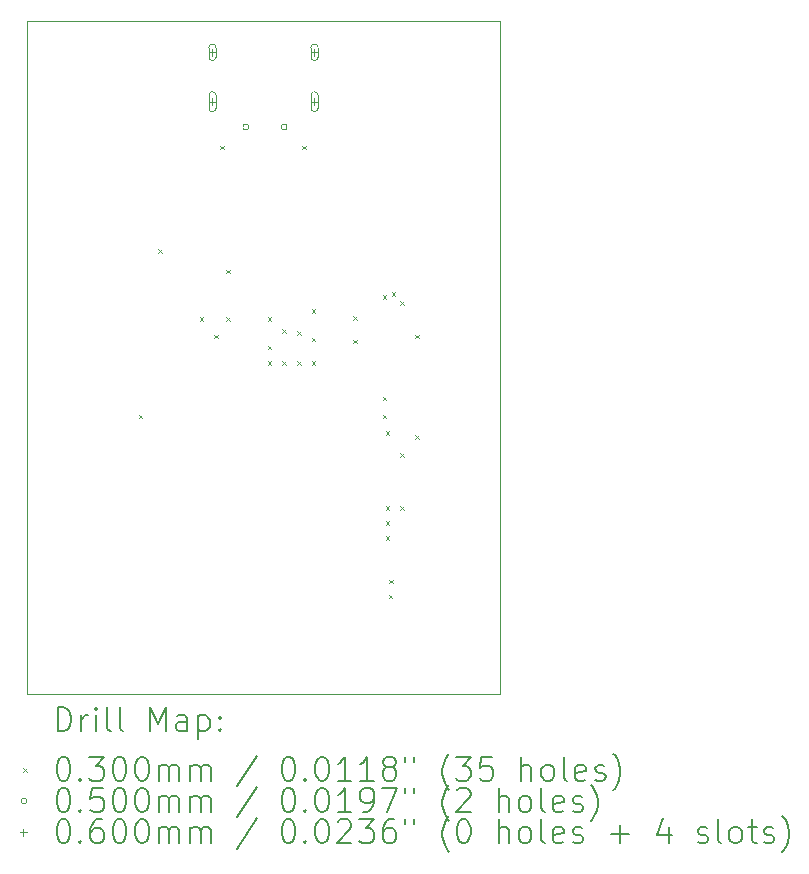
<source format=gbr>
%TF.GenerationSoftware,KiCad,Pcbnew,8.0.8*%
%TF.CreationDate,2025-01-22T20:03:19-06:00*%
%TF.ProjectId,mainboard,6d61696e-626f-4617-9264-2e6b69636164,rev?*%
%TF.SameCoordinates,Original*%
%TF.FileFunction,Drillmap*%
%TF.FilePolarity,Positive*%
%FSLAX45Y45*%
G04 Gerber Fmt 4.5, Leading zero omitted, Abs format (unit mm)*
G04 Created by KiCad (PCBNEW 8.0.8) date 2025-01-22 20:03:19*
%MOMM*%
%LPD*%
G01*
G04 APERTURE LIST*
%ADD10C,0.050000*%
%ADD11C,0.200000*%
%ADD12C,0.100000*%
G04 APERTURE END LIST*
D10*
X10425000Y-6425000D02*
X14425000Y-6425000D01*
X14425000Y-12125000D01*
X10425000Y-12125000D01*
X10425000Y-6425000D01*
D11*
D12*
X11370000Y-9760000D02*
X11400000Y-9790000D01*
X11400000Y-9760000D02*
X11370000Y-9790000D01*
X11535000Y-8360000D02*
X11565000Y-8390000D01*
X11565000Y-8360000D02*
X11535000Y-8390000D01*
X11885000Y-8935000D02*
X11915000Y-8965000D01*
X11915000Y-8935000D02*
X11885000Y-8965000D01*
X12010000Y-9085000D02*
X12040000Y-9115000D01*
X12040000Y-9085000D02*
X12010000Y-9115000D01*
X12060000Y-7485000D02*
X12090000Y-7515000D01*
X12090000Y-7485000D02*
X12060000Y-7515000D01*
X12110000Y-8535000D02*
X12140000Y-8565000D01*
X12140000Y-8535000D02*
X12110000Y-8565000D01*
X12110000Y-8935000D02*
X12140000Y-8965000D01*
X12140000Y-8935000D02*
X12110000Y-8965000D01*
X12460000Y-8935000D02*
X12490000Y-8965000D01*
X12490000Y-8935000D02*
X12460000Y-8965000D01*
X12460000Y-9175000D02*
X12490000Y-9205000D01*
X12490000Y-9175000D02*
X12460000Y-9205000D01*
X12460000Y-9310000D02*
X12490000Y-9340000D01*
X12490000Y-9310000D02*
X12460000Y-9340000D01*
X12585000Y-9035000D02*
X12615000Y-9065000D01*
X12615000Y-9035000D02*
X12585000Y-9065000D01*
X12585000Y-9310000D02*
X12615000Y-9340000D01*
X12615000Y-9310000D02*
X12585000Y-9340000D01*
X12710000Y-9055000D02*
X12740000Y-9085000D01*
X12740000Y-9055000D02*
X12710000Y-9085000D01*
X12710000Y-9310000D02*
X12740000Y-9340000D01*
X12740000Y-9310000D02*
X12710000Y-9340000D01*
X12755000Y-7485000D02*
X12785000Y-7515000D01*
X12785000Y-7485000D02*
X12755000Y-7515000D01*
X12835000Y-8870000D02*
X12865000Y-8900000D01*
X12865000Y-8870000D02*
X12835000Y-8900000D01*
X12835000Y-9110000D02*
X12865000Y-9140000D01*
X12865000Y-9110000D02*
X12835000Y-9140000D01*
X12835000Y-9310000D02*
X12865000Y-9340000D01*
X12865000Y-9310000D02*
X12835000Y-9340000D01*
X13185000Y-8925000D02*
X13215000Y-8955000D01*
X13215000Y-8925000D02*
X13185000Y-8955000D01*
X13185000Y-9125000D02*
X13215000Y-9155000D01*
X13215000Y-9125000D02*
X13185000Y-9155000D01*
X13435000Y-8750000D02*
X13465000Y-8780000D01*
X13465000Y-8750000D02*
X13435000Y-8780000D01*
X13435000Y-9610000D02*
X13465000Y-9640000D01*
X13465000Y-9610000D02*
X13435000Y-9640000D01*
X13435000Y-9760000D02*
X13465000Y-9790000D01*
X13465000Y-9760000D02*
X13435000Y-9790000D01*
X13460000Y-9900000D02*
X13490000Y-9930000D01*
X13490000Y-9900000D02*
X13460000Y-9930000D01*
X13460000Y-10535000D02*
X13490000Y-10565000D01*
X13490000Y-10535000D02*
X13460000Y-10565000D01*
X13460000Y-10662000D02*
X13490000Y-10692000D01*
X13490000Y-10662000D02*
X13460000Y-10692000D01*
X13460000Y-10789000D02*
X13490000Y-10819000D01*
X13490000Y-10789000D02*
X13460000Y-10819000D01*
X13485000Y-11285000D02*
X13515000Y-11315000D01*
X13515000Y-11285000D02*
X13485000Y-11315000D01*
X13491123Y-11159040D02*
X13521123Y-11189040D01*
X13521123Y-11159040D02*
X13491123Y-11189040D01*
X13510289Y-8722953D02*
X13540289Y-8752953D01*
X13540289Y-8722953D02*
X13510289Y-8752953D01*
X13585000Y-8800000D02*
X13615000Y-8830000D01*
X13615000Y-8800000D02*
X13585000Y-8830000D01*
X13585000Y-10085000D02*
X13615000Y-10115000D01*
X13615000Y-10085000D02*
X13585000Y-10115000D01*
X13585000Y-10535000D02*
X13615000Y-10565000D01*
X13615000Y-10535000D02*
X13585000Y-10565000D01*
X13710000Y-9085000D02*
X13740000Y-9115000D01*
X13740000Y-9085000D02*
X13710000Y-9115000D01*
X13710000Y-9935000D02*
X13740000Y-9965000D01*
X13740000Y-9935000D02*
X13710000Y-9965000D01*
X12300000Y-7325000D02*
G75*
G02*
X12250000Y-7325000I-25000J0D01*
G01*
X12250000Y-7325000D02*
G75*
G02*
X12300000Y-7325000I25000J0D01*
G01*
X12625000Y-7325000D02*
G75*
G02*
X12575000Y-7325000I-25000J0D01*
G01*
X12575000Y-7325000D02*
G75*
G02*
X12625000Y-7325000I25000J0D01*
G01*
X11993000Y-6662500D02*
X11993000Y-6722500D01*
X11963000Y-6692500D02*
X12023000Y-6692500D01*
X12023000Y-6732500D02*
X12023000Y-6652500D01*
X11963000Y-6652500D02*
G75*
G02*
X12023000Y-6652500I30000J0D01*
G01*
X11963000Y-6652500D02*
X11963000Y-6732500D01*
X11963000Y-6732500D02*
G75*
G03*
X12023000Y-6732500I30000J0D01*
G01*
X11993000Y-7080500D02*
X11993000Y-7140500D01*
X11963000Y-7110500D02*
X12023000Y-7110500D01*
X12023000Y-7165500D02*
X12023000Y-7055500D01*
X11963000Y-7055500D02*
G75*
G02*
X12023000Y-7055500I30000J0D01*
G01*
X11963000Y-7055500D02*
X11963000Y-7165500D01*
X11963000Y-7165500D02*
G75*
G03*
X12023000Y-7165500I30000J0D01*
G01*
X12857000Y-6662500D02*
X12857000Y-6722500D01*
X12827000Y-6692500D02*
X12887000Y-6692500D01*
X12887000Y-6732500D02*
X12887000Y-6652500D01*
X12827000Y-6652500D02*
G75*
G02*
X12887000Y-6652500I30000J0D01*
G01*
X12827000Y-6652500D02*
X12827000Y-6732500D01*
X12827000Y-6732500D02*
G75*
G03*
X12887000Y-6732500I30000J0D01*
G01*
X12857000Y-7080500D02*
X12857000Y-7140500D01*
X12827000Y-7110500D02*
X12887000Y-7110500D01*
X12887000Y-7165500D02*
X12887000Y-7055500D01*
X12827000Y-7055500D02*
G75*
G02*
X12887000Y-7055500I30000J0D01*
G01*
X12827000Y-7055500D02*
X12827000Y-7165500D01*
X12827000Y-7165500D02*
G75*
G03*
X12887000Y-7165500I30000J0D01*
G01*
D11*
X10683277Y-12438984D02*
X10683277Y-12238984D01*
X10683277Y-12238984D02*
X10730896Y-12238984D01*
X10730896Y-12238984D02*
X10759467Y-12248508D01*
X10759467Y-12248508D02*
X10778515Y-12267555D01*
X10778515Y-12267555D02*
X10788039Y-12286603D01*
X10788039Y-12286603D02*
X10797563Y-12324698D01*
X10797563Y-12324698D02*
X10797563Y-12353269D01*
X10797563Y-12353269D02*
X10788039Y-12391365D01*
X10788039Y-12391365D02*
X10778515Y-12410412D01*
X10778515Y-12410412D02*
X10759467Y-12429460D01*
X10759467Y-12429460D02*
X10730896Y-12438984D01*
X10730896Y-12438984D02*
X10683277Y-12438984D01*
X10883277Y-12438984D02*
X10883277Y-12305650D01*
X10883277Y-12343746D02*
X10892801Y-12324698D01*
X10892801Y-12324698D02*
X10902324Y-12315174D01*
X10902324Y-12315174D02*
X10921372Y-12305650D01*
X10921372Y-12305650D02*
X10940420Y-12305650D01*
X11007086Y-12438984D02*
X11007086Y-12305650D01*
X11007086Y-12238984D02*
X10997563Y-12248508D01*
X10997563Y-12248508D02*
X11007086Y-12258031D01*
X11007086Y-12258031D02*
X11016610Y-12248508D01*
X11016610Y-12248508D02*
X11007086Y-12238984D01*
X11007086Y-12238984D02*
X11007086Y-12258031D01*
X11130896Y-12438984D02*
X11111848Y-12429460D01*
X11111848Y-12429460D02*
X11102324Y-12410412D01*
X11102324Y-12410412D02*
X11102324Y-12238984D01*
X11235658Y-12438984D02*
X11216610Y-12429460D01*
X11216610Y-12429460D02*
X11207086Y-12410412D01*
X11207086Y-12410412D02*
X11207086Y-12238984D01*
X11464229Y-12438984D02*
X11464229Y-12238984D01*
X11464229Y-12238984D02*
X11530896Y-12381841D01*
X11530896Y-12381841D02*
X11597562Y-12238984D01*
X11597562Y-12238984D02*
X11597562Y-12438984D01*
X11778515Y-12438984D02*
X11778515Y-12334222D01*
X11778515Y-12334222D02*
X11768991Y-12315174D01*
X11768991Y-12315174D02*
X11749943Y-12305650D01*
X11749943Y-12305650D02*
X11711848Y-12305650D01*
X11711848Y-12305650D02*
X11692801Y-12315174D01*
X11778515Y-12429460D02*
X11759467Y-12438984D01*
X11759467Y-12438984D02*
X11711848Y-12438984D01*
X11711848Y-12438984D02*
X11692801Y-12429460D01*
X11692801Y-12429460D02*
X11683277Y-12410412D01*
X11683277Y-12410412D02*
X11683277Y-12391365D01*
X11683277Y-12391365D02*
X11692801Y-12372317D01*
X11692801Y-12372317D02*
X11711848Y-12362793D01*
X11711848Y-12362793D02*
X11759467Y-12362793D01*
X11759467Y-12362793D02*
X11778515Y-12353269D01*
X11873753Y-12305650D02*
X11873753Y-12505650D01*
X11873753Y-12315174D02*
X11892801Y-12305650D01*
X11892801Y-12305650D02*
X11930896Y-12305650D01*
X11930896Y-12305650D02*
X11949943Y-12315174D01*
X11949943Y-12315174D02*
X11959467Y-12324698D01*
X11959467Y-12324698D02*
X11968991Y-12343746D01*
X11968991Y-12343746D02*
X11968991Y-12400888D01*
X11968991Y-12400888D02*
X11959467Y-12419936D01*
X11959467Y-12419936D02*
X11949943Y-12429460D01*
X11949943Y-12429460D02*
X11930896Y-12438984D01*
X11930896Y-12438984D02*
X11892801Y-12438984D01*
X11892801Y-12438984D02*
X11873753Y-12429460D01*
X12054705Y-12419936D02*
X12064229Y-12429460D01*
X12064229Y-12429460D02*
X12054705Y-12438984D01*
X12054705Y-12438984D02*
X12045182Y-12429460D01*
X12045182Y-12429460D02*
X12054705Y-12419936D01*
X12054705Y-12419936D02*
X12054705Y-12438984D01*
X12054705Y-12315174D02*
X12064229Y-12324698D01*
X12064229Y-12324698D02*
X12054705Y-12334222D01*
X12054705Y-12334222D02*
X12045182Y-12324698D01*
X12045182Y-12324698D02*
X12054705Y-12315174D01*
X12054705Y-12315174D02*
X12054705Y-12334222D01*
D12*
X10392500Y-12752500D02*
X10422500Y-12782500D01*
X10422500Y-12752500D02*
X10392500Y-12782500D01*
D11*
X10721372Y-12658984D02*
X10740420Y-12658984D01*
X10740420Y-12658984D02*
X10759467Y-12668508D01*
X10759467Y-12668508D02*
X10768991Y-12678031D01*
X10768991Y-12678031D02*
X10778515Y-12697079D01*
X10778515Y-12697079D02*
X10788039Y-12735174D01*
X10788039Y-12735174D02*
X10788039Y-12782793D01*
X10788039Y-12782793D02*
X10778515Y-12820888D01*
X10778515Y-12820888D02*
X10768991Y-12839936D01*
X10768991Y-12839936D02*
X10759467Y-12849460D01*
X10759467Y-12849460D02*
X10740420Y-12858984D01*
X10740420Y-12858984D02*
X10721372Y-12858984D01*
X10721372Y-12858984D02*
X10702324Y-12849460D01*
X10702324Y-12849460D02*
X10692801Y-12839936D01*
X10692801Y-12839936D02*
X10683277Y-12820888D01*
X10683277Y-12820888D02*
X10673753Y-12782793D01*
X10673753Y-12782793D02*
X10673753Y-12735174D01*
X10673753Y-12735174D02*
X10683277Y-12697079D01*
X10683277Y-12697079D02*
X10692801Y-12678031D01*
X10692801Y-12678031D02*
X10702324Y-12668508D01*
X10702324Y-12668508D02*
X10721372Y-12658984D01*
X10873753Y-12839936D02*
X10883277Y-12849460D01*
X10883277Y-12849460D02*
X10873753Y-12858984D01*
X10873753Y-12858984D02*
X10864229Y-12849460D01*
X10864229Y-12849460D02*
X10873753Y-12839936D01*
X10873753Y-12839936D02*
X10873753Y-12858984D01*
X10949944Y-12658984D02*
X11073753Y-12658984D01*
X11073753Y-12658984D02*
X11007086Y-12735174D01*
X11007086Y-12735174D02*
X11035658Y-12735174D01*
X11035658Y-12735174D02*
X11054705Y-12744698D01*
X11054705Y-12744698D02*
X11064229Y-12754222D01*
X11064229Y-12754222D02*
X11073753Y-12773269D01*
X11073753Y-12773269D02*
X11073753Y-12820888D01*
X11073753Y-12820888D02*
X11064229Y-12839936D01*
X11064229Y-12839936D02*
X11054705Y-12849460D01*
X11054705Y-12849460D02*
X11035658Y-12858984D01*
X11035658Y-12858984D02*
X10978515Y-12858984D01*
X10978515Y-12858984D02*
X10959467Y-12849460D01*
X10959467Y-12849460D02*
X10949944Y-12839936D01*
X11197562Y-12658984D02*
X11216610Y-12658984D01*
X11216610Y-12658984D02*
X11235658Y-12668508D01*
X11235658Y-12668508D02*
X11245182Y-12678031D01*
X11245182Y-12678031D02*
X11254705Y-12697079D01*
X11254705Y-12697079D02*
X11264229Y-12735174D01*
X11264229Y-12735174D02*
X11264229Y-12782793D01*
X11264229Y-12782793D02*
X11254705Y-12820888D01*
X11254705Y-12820888D02*
X11245182Y-12839936D01*
X11245182Y-12839936D02*
X11235658Y-12849460D01*
X11235658Y-12849460D02*
X11216610Y-12858984D01*
X11216610Y-12858984D02*
X11197562Y-12858984D01*
X11197562Y-12858984D02*
X11178515Y-12849460D01*
X11178515Y-12849460D02*
X11168991Y-12839936D01*
X11168991Y-12839936D02*
X11159467Y-12820888D01*
X11159467Y-12820888D02*
X11149944Y-12782793D01*
X11149944Y-12782793D02*
X11149944Y-12735174D01*
X11149944Y-12735174D02*
X11159467Y-12697079D01*
X11159467Y-12697079D02*
X11168991Y-12678031D01*
X11168991Y-12678031D02*
X11178515Y-12668508D01*
X11178515Y-12668508D02*
X11197562Y-12658984D01*
X11388039Y-12658984D02*
X11407086Y-12658984D01*
X11407086Y-12658984D02*
X11426134Y-12668508D01*
X11426134Y-12668508D02*
X11435658Y-12678031D01*
X11435658Y-12678031D02*
X11445182Y-12697079D01*
X11445182Y-12697079D02*
X11454705Y-12735174D01*
X11454705Y-12735174D02*
X11454705Y-12782793D01*
X11454705Y-12782793D02*
X11445182Y-12820888D01*
X11445182Y-12820888D02*
X11435658Y-12839936D01*
X11435658Y-12839936D02*
X11426134Y-12849460D01*
X11426134Y-12849460D02*
X11407086Y-12858984D01*
X11407086Y-12858984D02*
X11388039Y-12858984D01*
X11388039Y-12858984D02*
X11368991Y-12849460D01*
X11368991Y-12849460D02*
X11359467Y-12839936D01*
X11359467Y-12839936D02*
X11349943Y-12820888D01*
X11349943Y-12820888D02*
X11340420Y-12782793D01*
X11340420Y-12782793D02*
X11340420Y-12735174D01*
X11340420Y-12735174D02*
X11349943Y-12697079D01*
X11349943Y-12697079D02*
X11359467Y-12678031D01*
X11359467Y-12678031D02*
X11368991Y-12668508D01*
X11368991Y-12668508D02*
X11388039Y-12658984D01*
X11540420Y-12858984D02*
X11540420Y-12725650D01*
X11540420Y-12744698D02*
X11549943Y-12735174D01*
X11549943Y-12735174D02*
X11568991Y-12725650D01*
X11568991Y-12725650D02*
X11597563Y-12725650D01*
X11597563Y-12725650D02*
X11616610Y-12735174D01*
X11616610Y-12735174D02*
X11626134Y-12754222D01*
X11626134Y-12754222D02*
X11626134Y-12858984D01*
X11626134Y-12754222D02*
X11635658Y-12735174D01*
X11635658Y-12735174D02*
X11654705Y-12725650D01*
X11654705Y-12725650D02*
X11683277Y-12725650D01*
X11683277Y-12725650D02*
X11702324Y-12735174D01*
X11702324Y-12735174D02*
X11711848Y-12754222D01*
X11711848Y-12754222D02*
X11711848Y-12858984D01*
X11807086Y-12858984D02*
X11807086Y-12725650D01*
X11807086Y-12744698D02*
X11816610Y-12735174D01*
X11816610Y-12735174D02*
X11835658Y-12725650D01*
X11835658Y-12725650D02*
X11864229Y-12725650D01*
X11864229Y-12725650D02*
X11883277Y-12735174D01*
X11883277Y-12735174D02*
X11892801Y-12754222D01*
X11892801Y-12754222D02*
X11892801Y-12858984D01*
X11892801Y-12754222D02*
X11902324Y-12735174D01*
X11902324Y-12735174D02*
X11921372Y-12725650D01*
X11921372Y-12725650D02*
X11949943Y-12725650D01*
X11949943Y-12725650D02*
X11968991Y-12735174D01*
X11968991Y-12735174D02*
X11978515Y-12754222D01*
X11978515Y-12754222D02*
X11978515Y-12858984D01*
X12368991Y-12649460D02*
X12197563Y-12906603D01*
X12626134Y-12658984D02*
X12645182Y-12658984D01*
X12645182Y-12658984D02*
X12664229Y-12668508D01*
X12664229Y-12668508D02*
X12673753Y-12678031D01*
X12673753Y-12678031D02*
X12683277Y-12697079D01*
X12683277Y-12697079D02*
X12692801Y-12735174D01*
X12692801Y-12735174D02*
X12692801Y-12782793D01*
X12692801Y-12782793D02*
X12683277Y-12820888D01*
X12683277Y-12820888D02*
X12673753Y-12839936D01*
X12673753Y-12839936D02*
X12664229Y-12849460D01*
X12664229Y-12849460D02*
X12645182Y-12858984D01*
X12645182Y-12858984D02*
X12626134Y-12858984D01*
X12626134Y-12858984D02*
X12607086Y-12849460D01*
X12607086Y-12849460D02*
X12597563Y-12839936D01*
X12597563Y-12839936D02*
X12588039Y-12820888D01*
X12588039Y-12820888D02*
X12578515Y-12782793D01*
X12578515Y-12782793D02*
X12578515Y-12735174D01*
X12578515Y-12735174D02*
X12588039Y-12697079D01*
X12588039Y-12697079D02*
X12597563Y-12678031D01*
X12597563Y-12678031D02*
X12607086Y-12668508D01*
X12607086Y-12668508D02*
X12626134Y-12658984D01*
X12778515Y-12839936D02*
X12788039Y-12849460D01*
X12788039Y-12849460D02*
X12778515Y-12858984D01*
X12778515Y-12858984D02*
X12768991Y-12849460D01*
X12768991Y-12849460D02*
X12778515Y-12839936D01*
X12778515Y-12839936D02*
X12778515Y-12858984D01*
X12911848Y-12658984D02*
X12930896Y-12658984D01*
X12930896Y-12658984D02*
X12949944Y-12668508D01*
X12949944Y-12668508D02*
X12959467Y-12678031D01*
X12959467Y-12678031D02*
X12968991Y-12697079D01*
X12968991Y-12697079D02*
X12978515Y-12735174D01*
X12978515Y-12735174D02*
X12978515Y-12782793D01*
X12978515Y-12782793D02*
X12968991Y-12820888D01*
X12968991Y-12820888D02*
X12959467Y-12839936D01*
X12959467Y-12839936D02*
X12949944Y-12849460D01*
X12949944Y-12849460D02*
X12930896Y-12858984D01*
X12930896Y-12858984D02*
X12911848Y-12858984D01*
X12911848Y-12858984D02*
X12892801Y-12849460D01*
X12892801Y-12849460D02*
X12883277Y-12839936D01*
X12883277Y-12839936D02*
X12873753Y-12820888D01*
X12873753Y-12820888D02*
X12864229Y-12782793D01*
X12864229Y-12782793D02*
X12864229Y-12735174D01*
X12864229Y-12735174D02*
X12873753Y-12697079D01*
X12873753Y-12697079D02*
X12883277Y-12678031D01*
X12883277Y-12678031D02*
X12892801Y-12668508D01*
X12892801Y-12668508D02*
X12911848Y-12658984D01*
X13168991Y-12858984D02*
X13054706Y-12858984D01*
X13111848Y-12858984D02*
X13111848Y-12658984D01*
X13111848Y-12658984D02*
X13092801Y-12687555D01*
X13092801Y-12687555D02*
X13073753Y-12706603D01*
X13073753Y-12706603D02*
X13054706Y-12716127D01*
X13359467Y-12858984D02*
X13245182Y-12858984D01*
X13302325Y-12858984D02*
X13302325Y-12658984D01*
X13302325Y-12658984D02*
X13283277Y-12687555D01*
X13283277Y-12687555D02*
X13264229Y-12706603D01*
X13264229Y-12706603D02*
X13245182Y-12716127D01*
X13473753Y-12744698D02*
X13454706Y-12735174D01*
X13454706Y-12735174D02*
X13445182Y-12725650D01*
X13445182Y-12725650D02*
X13435658Y-12706603D01*
X13435658Y-12706603D02*
X13435658Y-12697079D01*
X13435658Y-12697079D02*
X13445182Y-12678031D01*
X13445182Y-12678031D02*
X13454706Y-12668508D01*
X13454706Y-12668508D02*
X13473753Y-12658984D01*
X13473753Y-12658984D02*
X13511848Y-12658984D01*
X13511848Y-12658984D02*
X13530896Y-12668508D01*
X13530896Y-12668508D02*
X13540420Y-12678031D01*
X13540420Y-12678031D02*
X13549944Y-12697079D01*
X13549944Y-12697079D02*
X13549944Y-12706603D01*
X13549944Y-12706603D02*
X13540420Y-12725650D01*
X13540420Y-12725650D02*
X13530896Y-12735174D01*
X13530896Y-12735174D02*
X13511848Y-12744698D01*
X13511848Y-12744698D02*
X13473753Y-12744698D01*
X13473753Y-12744698D02*
X13454706Y-12754222D01*
X13454706Y-12754222D02*
X13445182Y-12763746D01*
X13445182Y-12763746D02*
X13435658Y-12782793D01*
X13435658Y-12782793D02*
X13435658Y-12820888D01*
X13435658Y-12820888D02*
X13445182Y-12839936D01*
X13445182Y-12839936D02*
X13454706Y-12849460D01*
X13454706Y-12849460D02*
X13473753Y-12858984D01*
X13473753Y-12858984D02*
X13511848Y-12858984D01*
X13511848Y-12858984D02*
X13530896Y-12849460D01*
X13530896Y-12849460D02*
X13540420Y-12839936D01*
X13540420Y-12839936D02*
X13549944Y-12820888D01*
X13549944Y-12820888D02*
X13549944Y-12782793D01*
X13549944Y-12782793D02*
X13540420Y-12763746D01*
X13540420Y-12763746D02*
X13530896Y-12754222D01*
X13530896Y-12754222D02*
X13511848Y-12744698D01*
X13626134Y-12658984D02*
X13626134Y-12697079D01*
X13702325Y-12658984D02*
X13702325Y-12697079D01*
X13997563Y-12935174D02*
X13988039Y-12925650D01*
X13988039Y-12925650D02*
X13968991Y-12897079D01*
X13968991Y-12897079D02*
X13959468Y-12878031D01*
X13959468Y-12878031D02*
X13949944Y-12849460D01*
X13949944Y-12849460D02*
X13940420Y-12801841D01*
X13940420Y-12801841D02*
X13940420Y-12763746D01*
X13940420Y-12763746D02*
X13949944Y-12716127D01*
X13949944Y-12716127D02*
X13959468Y-12687555D01*
X13959468Y-12687555D02*
X13968991Y-12668508D01*
X13968991Y-12668508D02*
X13988039Y-12639936D01*
X13988039Y-12639936D02*
X13997563Y-12630412D01*
X14054706Y-12658984D02*
X14178515Y-12658984D01*
X14178515Y-12658984D02*
X14111848Y-12735174D01*
X14111848Y-12735174D02*
X14140420Y-12735174D01*
X14140420Y-12735174D02*
X14159468Y-12744698D01*
X14159468Y-12744698D02*
X14168991Y-12754222D01*
X14168991Y-12754222D02*
X14178515Y-12773269D01*
X14178515Y-12773269D02*
X14178515Y-12820888D01*
X14178515Y-12820888D02*
X14168991Y-12839936D01*
X14168991Y-12839936D02*
X14159468Y-12849460D01*
X14159468Y-12849460D02*
X14140420Y-12858984D01*
X14140420Y-12858984D02*
X14083277Y-12858984D01*
X14083277Y-12858984D02*
X14064229Y-12849460D01*
X14064229Y-12849460D02*
X14054706Y-12839936D01*
X14359468Y-12658984D02*
X14264229Y-12658984D01*
X14264229Y-12658984D02*
X14254706Y-12754222D01*
X14254706Y-12754222D02*
X14264229Y-12744698D01*
X14264229Y-12744698D02*
X14283277Y-12735174D01*
X14283277Y-12735174D02*
X14330896Y-12735174D01*
X14330896Y-12735174D02*
X14349944Y-12744698D01*
X14349944Y-12744698D02*
X14359468Y-12754222D01*
X14359468Y-12754222D02*
X14368991Y-12773269D01*
X14368991Y-12773269D02*
X14368991Y-12820888D01*
X14368991Y-12820888D02*
X14359468Y-12839936D01*
X14359468Y-12839936D02*
X14349944Y-12849460D01*
X14349944Y-12849460D02*
X14330896Y-12858984D01*
X14330896Y-12858984D02*
X14283277Y-12858984D01*
X14283277Y-12858984D02*
X14264229Y-12849460D01*
X14264229Y-12849460D02*
X14254706Y-12839936D01*
X14607087Y-12858984D02*
X14607087Y-12658984D01*
X14692801Y-12858984D02*
X14692801Y-12754222D01*
X14692801Y-12754222D02*
X14683277Y-12735174D01*
X14683277Y-12735174D02*
X14664230Y-12725650D01*
X14664230Y-12725650D02*
X14635658Y-12725650D01*
X14635658Y-12725650D02*
X14616610Y-12735174D01*
X14616610Y-12735174D02*
X14607087Y-12744698D01*
X14816610Y-12858984D02*
X14797563Y-12849460D01*
X14797563Y-12849460D02*
X14788039Y-12839936D01*
X14788039Y-12839936D02*
X14778515Y-12820888D01*
X14778515Y-12820888D02*
X14778515Y-12763746D01*
X14778515Y-12763746D02*
X14788039Y-12744698D01*
X14788039Y-12744698D02*
X14797563Y-12735174D01*
X14797563Y-12735174D02*
X14816610Y-12725650D01*
X14816610Y-12725650D02*
X14845182Y-12725650D01*
X14845182Y-12725650D02*
X14864230Y-12735174D01*
X14864230Y-12735174D02*
X14873753Y-12744698D01*
X14873753Y-12744698D02*
X14883277Y-12763746D01*
X14883277Y-12763746D02*
X14883277Y-12820888D01*
X14883277Y-12820888D02*
X14873753Y-12839936D01*
X14873753Y-12839936D02*
X14864230Y-12849460D01*
X14864230Y-12849460D02*
X14845182Y-12858984D01*
X14845182Y-12858984D02*
X14816610Y-12858984D01*
X14997563Y-12858984D02*
X14978515Y-12849460D01*
X14978515Y-12849460D02*
X14968991Y-12830412D01*
X14968991Y-12830412D02*
X14968991Y-12658984D01*
X15149944Y-12849460D02*
X15130896Y-12858984D01*
X15130896Y-12858984D02*
X15092801Y-12858984D01*
X15092801Y-12858984D02*
X15073753Y-12849460D01*
X15073753Y-12849460D02*
X15064230Y-12830412D01*
X15064230Y-12830412D02*
X15064230Y-12754222D01*
X15064230Y-12754222D02*
X15073753Y-12735174D01*
X15073753Y-12735174D02*
X15092801Y-12725650D01*
X15092801Y-12725650D02*
X15130896Y-12725650D01*
X15130896Y-12725650D02*
X15149944Y-12735174D01*
X15149944Y-12735174D02*
X15159468Y-12754222D01*
X15159468Y-12754222D02*
X15159468Y-12773269D01*
X15159468Y-12773269D02*
X15064230Y-12792317D01*
X15235658Y-12849460D02*
X15254706Y-12858984D01*
X15254706Y-12858984D02*
X15292801Y-12858984D01*
X15292801Y-12858984D02*
X15311849Y-12849460D01*
X15311849Y-12849460D02*
X15321372Y-12830412D01*
X15321372Y-12830412D02*
X15321372Y-12820888D01*
X15321372Y-12820888D02*
X15311849Y-12801841D01*
X15311849Y-12801841D02*
X15292801Y-12792317D01*
X15292801Y-12792317D02*
X15264230Y-12792317D01*
X15264230Y-12792317D02*
X15245182Y-12782793D01*
X15245182Y-12782793D02*
X15235658Y-12763746D01*
X15235658Y-12763746D02*
X15235658Y-12754222D01*
X15235658Y-12754222D02*
X15245182Y-12735174D01*
X15245182Y-12735174D02*
X15264230Y-12725650D01*
X15264230Y-12725650D02*
X15292801Y-12725650D01*
X15292801Y-12725650D02*
X15311849Y-12735174D01*
X15388039Y-12935174D02*
X15397563Y-12925650D01*
X15397563Y-12925650D02*
X15416611Y-12897079D01*
X15416611Y-12897079D02*
X15426134Y-12878031D01*
X15426134Y-12878031D02*
X15435658Y-12849460D01*
X15435658Y-12849460D02*
X15445182Y-12801841D01*
X15445182Y-12801841D02*
X15445182Y-12763746D01*
X15445182Y-12763746D02*
X15435658Y-12716127D01*
X15435658Y-12716127D02*
X15426134Y-12687555D01*
X15426134Y-12687555D02*
X15416611Y-12668508D01*
X15416611Y-12668508D02*
X15397563Y-12639936D01*
X15397563Y-12639936D02*
X15388039Y-12630412D01*
D12*
X10422500Y-13031500D02*
G75*
G02*
X10372500Y-13031500I-25000J0D01*
G01*
X10372500Y-13031500D02*
G75*
G02*
X10422500Y-13031500I25000J0D01*
G01*
D11*
X10721372Y-12922984D02*
X10740420Y-12922984D01*
X10740420Y-12922984D02*
X10759467Y-12932508D01*
X10759467Y-12932508D02*
X10768991Y-12942031D01*
X10768991Y-12942031D02*
X10778515Y-12961079D01*
X10778515Y-12961079D02*
X10788039Y-12999174D01*
X10788039Y-12999174D02*
X10788039Y-13046793D01*
X10788039Y-13046793D02*
X10778515Y-13084888D01*
X10778515Y-13084888D02*
X10768991Y-13103936D01*
X10768991Y-13103936D02*
X10759467Y-13113460D01*
X10759467Y-13113460D02*
X10740420Y-13122984D01*
X10740420Y-13122984D02*
X10721372Y-13122984D01*
X10721372Y-13122984D02*
X10702324Y-13113460D01*
X10702324Y-13113460D02*
X10692801Y-13103936D01*
X10692801Y-13103936D02*
X10683277Y-13084888D01*
X10683277Y-13084888D02*
X10673753Y-13046793D01*
X10673753Y-13046793D02*
X10673753Y-12999174D01*
X10673753Y-12999174D02*
X10683277Y-12961079D01*
X10683277Y-12961079D02*
X10692801Y-12942031D01*
X10692801Y-12942031D02*
X10702324Y-12932508D01*
X10702324Y-12932508D02*
X10721372Y-12922984D01*
X10873753Y-13103936D02*
X10883277Y-13113460D01*
X10883277Y-13113460D02*
X10873753Y-13122984D01*
X10873753Y-13122984D02*
X10864229Y-13113460D01*
X10864229Y-13113460D02*
X10873753Y-13103936D01*
X10873753Y-13103936D02*
X10873753Y-13122984D01*
X11064229Y-12922984D02*
X10968991Y-12922984D01*
X10968991Y-12922984D02*
X10959467Y-13018222D01*
X10959467Y-13018222D02*
X10968991Y-13008698D01*
X10968991Y-13008698D02*
X10988039Y-12999174D01*
X10988039Y-12999174D02*
X11035658Y-12999174D01*
X11035658Y-12999174D02*
X11054705Y-13008698D01*
X11054705Y-13008698D02*
X11064229Y-13018222D01*
X11064229Y-13018222D02*
X11073753Y-13037269D01*
X11073753Y-13037269D02*
X11073753Y-13084888D01*
X11073753Y-13084888D02*
X11064229Y-13103936D01*
X11064229Y-13103936D02*
X11054705Y-13113460D01*
X11054705Y-13113460D02*
X11035658Y-13122984D01*
X11035658Y-13122984D02*
X10988039Y-13122984D01*
X10988039Y-13122984D02*
X10968991Y-13113460D01*
X10968991Y-13113460D02*
X10959467Y-13103936D01*
X11197562Y-12922984D02*
X11216610Y-12922984D01*
X11216610Y-12922984D02*
X11235658Y-12932508D01*
X11235658Y-12932508D02*
X11245182Y-12942031D01*
X11245182Y-12942031D02*
X11254705Y-12961079D01*
X11254705Y-12961079D02*
X11264229Y-12999174D01*
X11264229Y-12999174D02*
X11264229Y-13046793D01*
X11264229Y-13046793D02*
X11254705Y-13084888D01*
X11254705Y-13084888D02*
X11245182Y-13103936D01*
X11245182Y-13103936D02*
X11235658Y-13113460D01*
X11235658Y-13113460D02*
X11216610Y-13122984D01*
X11216610Y-13122984D02*
X11197562Y-13122984D01*
X11197562Y-13122984D02*
X11178515Y-13113460D01*
X11178515Y-13113460D02*
X11168991Y-13103936D01*
X11168991Y-13103936D02*
X11159467Y-13084888D01*
X11159467Y-13084888D02*
X11149944Y-13046793D01*
X11149944Y-13046793D02*
X11149944Y-12999174D01*
X11149944Y-12999174D02*
X11159467Y-12961079D01*
X11159467Y-12961079D02*
X11168991Y-12942031D01*
X11168991Y-12942031D02*
X11178515Y-12932508D01*
X11178515Y-12932508D02*
X11197562Y-12922984D01*
X11388039Y-12922984D02*
X11407086Y-12922984D01*
X11407086Y-12922984D02*
X11426134Y-12932508D01*
X11426134Y-12932508D02*
X11435658Y-12942031D01*
X11435658Y-12942031D02*
X11445182Y-12961079D01*
X11445182Y-12961079D02*
X11454705Y-12999174D01*
X11454705Y-12999174D02*
X11454705Y-13046793D01*
X11454705Y-13046793D02*
X11445182Y-13084888D01*
X11445182Y-13084888D02*
X11435658Y-13103936D01*
X11435658Y-13103936D02*
X11426134Y-13113460D01*
X11426134Y-13113460D02*
X11407086Y-13122984D01*
X11407086Y-13122984D02*
X11388039Y-13122984D01*
X11388039Y-13122984D02*
X11368991Y-13113460D01*
X11368991Y-13113460D02*
X11359467Y-13103936D01*
X11359467Y-13103936D02*
X11349943Y-13084888D01*
X11349943Y-13084888D02*
X11340420Y-13046793D01*
X11340420Y-13046793D02*
X11340420Y-12999174D01*
X11340420Y-12999174D02*
X11349943Y-12961079D01*
X11349943Y-12961079D02*
X11359467Y-12942031D01*
X11359467Y-12942031D02*
X11368991Y-12932508D01*
X11368991Y-12932508D02*
X11388039Y-12922984D01*
X11540420Y-13122984D02*
X11540420Y-12989650D01*
X11540420Y-13008698D02*
X11549943Y-12999174D01*
X11549943Y-12999174D02*
X11568991Y-12989650D01*
X11568991Y-12989650D02*
X11597563Y-12989650D01*
X11597563Y-12989650D02*
X11616610Y-12999174D01*
X11616610Y-12999174D02*
X11626134Y-13018222D01*
X11626134Y-13018222D02*
X11626134Y-13122984D01*
X11626134Y-13018222D02*
X11635658Y-12999174D01*
X11635658Y-12999174D02*
X11654705Y-12989650D01*
X11654705Y-12989650D02*
X11683277Y-12989650D01*
X11683277Y-12989650D02*
X11702324Y-12999174D01*
X11702324Y-12999174D02*
X11711848Y-13018222D01*
X11711848Y-13018222D02*
X11711848Y-13122984D01*
X11807086Y-13122984D02*
X11807086Y-12989650D01*
X11807086Y-13008698D02*
X11816610Y-12999174D01*
X11816610Y-12999174D02*
X11835658Y-12989650D01*
X11835658Y-12989650D02*
X11864229Y-12989650D01*
X11864229Y-12989650D02*
X11883277Y-12999174D01*
X11883277Y-12999174D02*
X11892801Y-13018222D01*
X11892801Y-13018222D02*
X11892801Y-13122984D01*
X11892801Y-13018222D02*
X11902324Y-12999174D01*
X11902324Y-12999174D02*
X11921372Y-12989650D01*
X11921372Y-12989650D02*
X11949943Y-12989650D01*
X11949943Y-12989650D02*
X11968991Y-12999174D01*
X11968991Y-12999174D02*
X11978515Y-13018222D01*
X11978515Y-13018222D02*
X11978515Y-13122984D01*
X12368991Y-12913460D02*
X12197563Y-13170603D01*
X12626134Y-12922984D02*
X12645182Y-12922984D01*
X12645182Y-12922984D02*
X12664229Y-12932508D01*
X12664229Y-12932508D02*
X12673753Y-12942031D01*
X12673753Y-12942031D02*
X12683277Y-12961079D01*
X12683277Y-12961079D02*
X12692801Y-12999174D01*
X12692801Y-12999174D02*
X12692801Y-13046793D01*
X12692801Y-13046793D02*
X12683277Y-13084888D01*
X12683277Y-13084888D02*
X12673753Y-13103936D01*
X12673753Y-13103936D02*
X12664229Y-13113460D01*
X12664229Y-13113460D02*
X12645182Y-13122984D01*
X12645182Y-13122984D02*
X12626134Y-13122984D01*
X12626134Y-13122984D02*
X12607086Y-13113460D01*
X12607086Y-13113460D02*
X12597563Y-13103936D01*
X12597563Y-13103936D02*
X12588039Y-13084888D01*
X12588039Y-13084888D02*
X12578515Y-13046793D01*
X12578515Y-13046793D02*
X12578515Y-12999174D01*
X12578515Y-12999174D02*
X12588039Y-12961079D01*
X12588039Y-12961079D02*
X12597563Y-12942031D01*
X12597563Y-12942031D02*
X12607086Y-12932508D01*
X12607086Y-12932508D02*
X12626134Y-12922984D01*
X12778515Y-13103936D02*
X12788039Y-13113460D01*
X12788039Y-13113460D02*
X12778515Y-13122984D01*
X12778515Y-13122984D02*
X12768991Y-13113460D01*
X12768991Y-13113460D02*
X12778515Y-13103936D01*
X12778515Y-13103936D02*
X12778515Y-13122984D01*
X12911848Y-12922984D02*
X12930896Y-12922984D01*
X12930896Y-12922984D02*
X12949944Y-12932508D01*
X12949944Y-12932508D02*
X12959467Y-12942031D01*
X12959467Y-12942031D02*
X12968991Y-12961079D01*
X12968991Y-12961079D02*
X12978515Y-12999174D01*
X12978515Y-12999174D02*
X12978515Y-13046793D01*
X12978515Y-13046793D02*
X12968991Y-13084888D01*
X12968991Y-13084888D02*
X12959467Y-13103936D01*
X12959467Y-13103936D02*
X12949944Y-13113460D01*
X12949944Y-13113460D02*
X12930896Y-13122984D01*
X12930896Y-13122984D02*
X12911848Y-13122984D01*
X12911848Y-13122984D02*
X12892801Y-13113460D01*
X12892801Y-13113460D02*
X12883277Y-13103936D01*
X12883277Y-13103936D02*
X12873753Y-13084888D01*
X12873753Y-13084888D02*
X12864229Y-13046793D01*
X12864229Y-13046793D02*
X12864229Y-12999174D01*
X12864229Y-12999174D02*
X12873753Y-12961079D01*
X12873753Y-12961079D02*
X12883277Y-12942031D01*
X12883277Y-12942031D02*
X12892801Y-12932508D01*
X12892801Y-12932508D02*
X12911848Y-12922984D01*
X13168991Y-13122984D02*
X13054706Y-13122984D01*
X13111848Y-13122984D02*
X13111848Y-12922984D01*
X13111848Y-12922984D02*
X13092801Y-12951555D01*
X13092801Y-12951555D02*
X13073753Y-12970603D01*
X13073753Y-12970603D02*
X13054706Y-12980127D01*
X13264229Y-13122984D02*
X13302325Y-13122984D01*
X13302325Y-13122984D02*
X13321372Y-13113460D01*
X13321372Y-13113460D02*
X13330896Y-13103936D01*
X13330896Y-13103936D02*
X13349944Y-13075365D01*
X13349944Y-13075365D02*
X13359467Y-13037269D01*
X13359467Y-13037269D02*
X13359467Y-12961079D01*
X13359467Y-12961079D02*
X13349944Y-12942031D01*
X13349944Y-12942031D02*
X13340420Y-12932508D01*
X13340420Y-12932508D02*
X13321372Y-12922984D01*
X13321372Y-12922984D02*
X13283277Y-12922984D01*
X13283277Y-12922984D02*
X13264229Y-12932508D01*
X13264229Y-12932508D02*
X13254706Y-12942031D01*
X13254706Y-12942031D02*
X13245182Y-12961079D01*
X13245182Y-12961079D02*
X13245182Y-13008698D01*
X13245182Y-13008698D02*
X13254706Y-13027746D01*
X13254706Y-13027746D02*
X13264229Y-13037269D01*
X13264229Y-13037269D02*
X13283277Y-13046793D01*
X13283277Y-13046793D02*
X13321372Y-13046793D01*
X13321372Y-13046793D02*
X13340420Y-13037269D01*
X13340420Y-13037269D02*
X13349944Y-13027746D01*
X13349944Y-13027746D02*
X13359467Y-13008698D01*
X13426134Y-12922984D02*
X13559467Y-12922984D01*
X13559467Y-12922984D02*
X13473753Y-13122984D01*
X13626134Y-12922984D02*
X13626134Y-12961079D01*
X13702325Y-12922984D02*
X13702325Y-12961079D01*
X13997563Y-13199174D02*
X13988039Y-13189650D01*
X13988039Y-13189650D02*
X13968991Y-13161079D01*
X13968991Y-13161079D02*
X13959468Y-13142031D01*
X13959468Y-13142031D02*
X13949944Y-13113460D01*
X13949944Y-13113460D02*
X13940420Y-13065841D01*
X13940420Y-13065841D02*
X13940420Y-13027746D01*
X13940420Y-13027746D02*
X13949944Y-12980127D01*
X13949944Y-12980127D02*
X13959468Y-12951555D01*
X13959468Y-12951555D02*
X13968991Y-12932508D01*
X13968991Y-12932508D02*
X13988039Y-12903936D01*
X13988039Y-12903936D02*
X13997563Y-12894412D01*
X14064229Y-12942031D02*
X14073753Y-12932508D01*
X14073753Y-12932508D02*
X14092801Y-12922984D01*
X14092801Y-12922984D02*
X14140420Y-12922984D01*
X14140420Y-12922984D02*
X14159468Y-12932508D01*
X14159468Y-12932508D02*
X14168991Y-12942031D01*
X14168991Y-12942031D02*
X14178515Y-12961079D01*
X14178515Y-12961079D02*
X14178515Y-12980127D01*
X14178515Y-12980127D02*
X14168991Y-13008698D01*
X14168991Y-13008698D02*
X14054706Y-13122984D01*
X14054706Y-13122984D02*
X14178515Y-13122984D01*
X14416610Y-13122984D02*
X14416610Y-12922984D01*
X14502325Y-13122984D02*
X14502325Y-13018222D01*
X14502325Y-13018222D02*
X14492801Y-12999174D01*
X14492801Y-12999174D02*
X14473753Y-12989650D01*
X14473753Y-12989650D02*
X14445182Y-12989650D01*
X14445182Y-12989650D02*
X14426134Y-12999174D01*
X14426134Y-12999174D02*
X14416610Y-13008698D01*
X14626134Y-13122984D02*
X14607087Y-13113460D01*
X14607087Y-13113460D02*
X14597563Y-13103936D01*
X14597563Y-13103936D02*
X14588039Y-13084888D01*
X14588039Y-13084888D02*
X14588039Y-13027746D01*
X14588039Y-13027746D02*
X14597563Y-13008698D01*
X14597563Y-13008698D02*
X14607087Y-12999174D01*
X14607087Y-12999174D02*
X14626134Y-12989650D01*
X14626134Y-12989650D02*
X14654706Y-12989650D01*
X14654706Y-12989650D02*
X14673753Y-12999174D01*
X14673753Y-12999174D02*
X14683277Y-13008698D01*
X14683277Y-13008698D02*
X14692801Y-13027746D01*
X14692801Y-13027746D02*
X14692801Y-13084888D01*
X14692801Y-13084888D02*
X14683277Y-13103936D01*
X14683277Y-13103936D02*
X14673753Y-13113460D01*
X14673753Y-13113460D02*
X14654706Y-13122984D01*
X14654706Y-13122984D02*
X14626134Y-13122984D01*
X14807087Y-13122984D02*
X14788039Y-13113460D01*
X14788039Y-13113460D02*
X14778515Y-13094412D01*
X14778515Y-13094412D02*
X14778515Y-12922984D01*
X14959468Y-13113460D02*
X14940420Y-13122984D01*
X14940420Y-13122984D02*
X14902325Y-13122984D01*
X14902325Y-13122984D02*
X14883277Y-13113460D01*
X14883277Y-13113460D02*
X14873753Y-13094412D01*
X14873753Y-13094412D02*
X14873753Y-13018222D01*
X14873753Y-13018222D02*
X14883277Y-12999174D01*
X14883277Y-12999174D02*
X14902325Y-12989650D01*
X14902325Y-12989650D02*
X14940420Y-12989650D01*
X14940420Y-12989650D02*
X14959468Y-12999174D01*
X14959468Y-12999174D02*
X14968991Y-13018222D01*
X14968991Y-13018222D02*
X14968991Y-13037269D01*
X14968991Y-13037269D02*
X14873753Y-13056317D01*
X15045182Y-13113460D02*
X15064230Y-13122984D01*
X15064230Y-13122984D02*
X15102325Y-13122984D01*
X15102325Y-13122984D02*
X15121372Y-13113460D01*
X15121372Y-13113460D02*
X15130896Y-13094412D01*
X15130896Y-13094412D02*
X15130896Y-13084888D01*
X15130896Y-13084888D02*
X15121372Y-13065841D01*
X15121372Y-13065841D02*
X15102325Y-13056317D01*
X15102325Y-13056317D02*
X15073753Y-13056317D01*
X15073753Y-13056317D02*
X15054706Y-13046793D01*
X15054706Y-13046793D02*
X15045182Y-13027746D01*
X15045182Y-13027746D02*
X15045182Y-13018222D01*
X15045182Y-13018222D02*
X15054706Y-12999174D01*
X15054706Y-12999174D02*
X15073753Y-12989650D01*
X15073753Y-12989650D02*
X15102325Y-12989650D01*
X15102325Y-12989650D02*
X15121372Y-12999174D01*
X15197563Y-13199174D02*
X15207087Y-13189650D01*
X15207087Y-13189650D02*
X15226134Y-13161079D01*
X15226134Y-13161079D02*
X15235658Y-13142031D01*
X15235658Y-13142031D02*
X15245182Y-13113460D01*
X15245182Y-13113460D02*
X15254706Y-13065841D01*
X15254706Y-13065841D02*
X15254706Y-13027746D01*
X15254706Y-13027746D02*
X15245182Y-12980127D01*
X15245182Y-12980127D02*
X15235658Y-12951555D01*
X15235658Y-12951555D02*
X15226134Y-12932508D01*
X15226134Y-12932508D02*
X15207087Y-12903936D01*
X15207087Y-12903936D02*
X15197563Y-12894412D01*
D12*
X10392500Y-13265500D02*
X10392500Y-13325500D01*
X10362500Y-13295500D02*
X10422500Y-13295500D01*
D11*
X10721372Y-13186984D02*
X10740420Y-13186984D01*
X10740420Y-13186984D02*
X10759467Y-13196508D01*
X10759467Y-13196508D02*
X10768991Y-13206031D01*
X10768991Y-13206031D02*
X10778515Y-13225079D01*
X10778515Y-13225079D02*
X10788039Y-13263174D01*
X10788039Y-13263174D02*
X10788039Y-13310793D01*
X10788039Y-13310793D02*
X10778515Y-13348888D01*
X10778515Y-13348888D02*
X10768991Y-13367936D01*
X10768991Y-13367936D02*
X10759467Y-13377460D01*
X10759467Y-13377460D02*
X10740420Y-13386984D01*
X10740420Y-13386984D02*
X10721372Y-13386984D01*
X10721372Y-13386984D02*
X10702324Y-13377460D01*
X10702324Y-13377460D02*
X10692801Y-13367936D01*
X10692801Y-13367936D02*
X10683277Y-13348888D01*
X10683277Y-13348888D02*
X10673753Y-13310793D01*
X10673753Y-13310793D02*
X10673753Y-13263174D01*
X10673753Y-13263174D02*
X10683277Y-13225079D01*
X10683277Y-13225079D02*
X10692801Y-13206031D01*
X10692801Y-13206031D02*
X10702324Y-13196508D01*
X10702324Y-13196508D02*
X10721372Y-13186984D01*
X10873753Y-13367936D02*
X10883277Y-13377460D01*
X10883277Y-13377460D02*
X10873753Y-13386984D01*
X10873753Y-13386984D02*
X10864229Y-13377460D01*
X10864229Y-13377460D02*
X10873753Y-13367936D01*
X10873753Y-13367936D02*
X10873753Y-13386984D01*
X11054705Y-13186984D02*
X11016610Y-13186984D01*
X11016610Y-13186984D02*
X10997563Y-13196508D01*
X10997563Y-13196508D02*
X10988039Y-13206031D01*
X10988039Y-13206031D02*
X10968991Y-13234603D01*
X10968991Y-13234603D02*
X10959467Y-13272698D01*
X10959467Y-13272698D02*
X10959467Y-13348888D01*
X10959467Y-13348888D02*
X10968991Y-13367936D01*
X10968991Y-13367936D02*
X10978515Y-13377460D01*
X10978515Y-13377460D02*
X10997563Y-13386984D01*
X10997563Y-13386984D02*
X11035658Y-13386984D01*
X11035658Y-13386984D02*
X11054705Y-13377460D01*
X11054705Y-13377460D02*
X11064229Y-13367936D01*
X11064229Y-13367936D02*
X11073753Y-13348888D01*
X11073753Y-13348888D02*
X11073753Y-13301269D01*
X11073753Y-13301269D02*
X11064229Y-13282222D01*
X11064229Y-13282222D02*
X11054705Y-13272698D01*
X11054705Y-13272698D02*
X11035658Y-13263174D01*
X11035658Y-13263174D02*
X10997563Y-13263174D01*
X10997563Y-13263174D02*
X10978515Y-13272698D01*
X10978515Y-13272698D02*
X10968991Y-13282222D01*
X10968991Y-13282222D02*
X10959467Y-13301269D01*
X11197562Y-13186984D02*
X11216610Y-13186984D01*
X11216610Y-13186984D02*
X11235658Y-13196508D01*
X11235658Y-13196508D02*
X11245182Y-13206031D01*
X11245182Y-13206031D02*
X11254705Y-13225079D01*
X11254705Y-13225079D02*
X11264229Y-13263174D01*
X11264229Y-13263174D02*
X11264229Y-13310793D01*
X11264229Y-13310793D02*
X11254705Y-13348888D01*
X11254705Y-13348888D02*
X11245182Y-13367936D01*
X11245182Y-13367936D02*
X11235658Y-13377460D01*
X11235658Y-13377460D02*
X11216610Y-13386984D01*
X11216610Y-13386984D02*
X11197562Y-13386984D01*
X11197562Y-13386984D02*
X11178515Y-13377460D01*
X11178515Y-13377460D02*
X11168991Y-13367936D01*
X11168991Y-13367936D02*
X11159467Y-13348888D01*
X11159467Y-13348888D02*
X11149944Y-13310793D01*
X11149944Y-13310793D02*
X11149944Y-13263174D01*
X11149944Y-13263174D02*
X11159467Y-13225079D01*
X11159467Y-13225079D02*
X11168991Y-13206031D01*
X11168991Y-13206031D02*
X11178515Y-13196508D01*
X11178515Y-13196508D02*
X11197562Y-13186984D01*
X11388039Y-13186984D02*
X11407086Y-13186984D01*
X11407086Y-13186984D02*
X11426134Y-13196508D01*
X11426134Y-13196508D02*
X11435658Y-13206031D01*
X11435658Y-13206031D02*
X11445182Y-13225079D01*
X11445182Y-13225079D02*
X11454705Y-13263174D01*
X11454705Y-13263174D02*
X11454705Y-13310793D01*
X11454705Y-13310793D02*
X11445182Y-13348888D01*
X11445182Y-13348888D02*
X11435658Y-13367936D01*
X11435658Y-13367936D02*
X11426134Y-13377460D01*
X11426134Y-13377460D02*
X11407086Y-13386984D01*
X11407086Y-13386984D02*
X11388039Y-13386984D01*
X11388039Y-13386984D02*
X11368991Y-13377460D01*
X11368991Y-13377460D02*
X11359467Y-13367936D01*
X11359467Y-13367936D02*
X11349943Y-13348888D01*
X11349943Y-13348888D02*
X11340420Y-13310793D01*
X11340420Y-13310793D02*
X11340420Y-13263174D01*
X11340420Y-13263174D02*
X11349943Y-13225079D01*
X11349943Y-13225079D02*
X11359467Y-13206031D01*
X11359467Y-13206031D02*
X11368991Y-13196508D01*
X11368991Y-13196508D02*
X11388039Y-13186984D01*
X11540420Y-13386984D02*
X11540420Y-13253650D01*
X11540420Y-13272698D02*
X11549943Y-13263174D01*
X11549943Y-13263174D02*
X11568991Y-13253650D01*
X11568991Y-13253650D02*
X11597563Y-13253650D01*
X11597563Y-13253650D02*
X11616610Y-13263174D01*
X11616610Y-13263174D02*
X11626134Y-13282222D01*
X11626134Y-13282222D02*
X11626134Y-13386984D01*
X11626134Y-13282222D02*
X11635658Y-13263174D01*
X11635658Y-13263174D02*
X11654705Y-13253650D01*
X11654705Y-13253650D02*
X11683277Y-13253650D01*
X11683277Y-13253650D02*
X11702324Y-13263174D01*
X11702324Y-13263174D02*
X11711848Y-13282222D01*
X11711848Y-13282222D02*
X11711848Y-13386984D01*
X11807086Y-13386984D02*
X11807086Y-13253650D01*
X11807086Y-13272698D02*
X11816610Y-13263174D01*
X11816610Y-13263174D02*
X11835658Y-13253650D01*
X11835658Y-13253650D02*
X11864229Y-13253650D01*
X11864229Y-13253650D02*
X11883277Y-13263174D01*
X11883277Y-13263174D02*
X11892801Y-13282222D01*
X11892801Y-13282222D02*
X11892801Y-13386984D01*
X11892801Y-13282222D02*
X11902324Y-13263174D01*
X11902324Y-13263174D02*
X11921372Y-13253650D01*
X11921372Y-13253650D02*
X11949943Y-13253650D01*
X11949943Y-13253650D02*
X11968991Y-13263174D01*
X11968991Y-13263174D02*
X11978515Y-13282222D01*
X11978515Y-13282222D02*
X11978515Y-13386984D01*
X12368991Y-13177460D02*
X12197563Y-13434603D01*
X12626134Y-13186984D02*
X12645182Y-13186984D01*
X12645182Y-13186984D02*
X12664229Y-13196508D01*
X12664229Y-13196508D02*
X12673753Y-13206031D01*
X12673753Y-13206031D02*
X12683277Y-13225079D01*
X12683277Y-13225079D02*
X12692801Y-13263174D01*
X12692801Y-13263174D02*
X12692801Y-13310793D01*
X12692801Y-13310793D02*
X12683277Y-13348888D01*
X12683277Y-13348888D02*
X12673753Y-13367936D01*
X12673753Y-13367936D02*
X12664229Y-13377460D01*
X12664229Y-13377460D02*
X12645182Y-13386984D01*
X12645182Y-13386984D02*
X12626134Y-13386984D01*
X12626134Y-13386984D02*
X12607086Y-13377460D01*
X12607086Y-13377460D02*
X12597563Y-13367936D01*
X12597563Y-13367936D02*
X12588039Y-13348888D01*
X12588039Y-13348888D02*
X12578515Y-13310793D01*
X12578515Y-13310793D02*
X12578515Y-13263174D01*
X12578515Y-13263174D02*
X12588039Y-13225079D01*
X12588039Y-13225079D02*
X12597563Y-13206031D01*
X12597563Y-13206031D02*
X12607086Y-13196508D01*
X12607086Y-13196508D02*
X12626134Y-13186984D01*
X12778515Y-13367936D02*
X12788039Y-13377460D01*
X12788039Y-13377460D02*
X12778515Y-13386984D01*
X12778515Y-13386984D02*
X12768991Y-13377460D01*
X12768991Y-13377460D02*
X12778515Y-13367936D01*
X12778515Y-13367936D02*
X12778515Y-13386984D01*
X12911848Y-13186984D02*
X12930896Y-13186984D01*
X12930896Y-13186984D02*
X12949944Y-13196508D01*
X12949944Y-13196508D02*
X12959467Y-13206031D01*
X12959467Y-13206031D02*
X12968991Y-13225079D01*
X12968991Y-13225079D02*
X12978515Y-13263174D01*
X12978515Y-13263174D02*
X12978515Y-13310793D01*
X12978515Y-13310793D02*
X12968991Y-13348888D01*
X12968991Y-13348888D02*
X12959467Y-13367936D01*
X12959467Y-13367936D02*
X12949944Y-13377460D01*
X12949944Y-13377460D02*
X12930896Y-13386984D01*
X12930896Y-13386984D02*
X12911848Y-13386984D01*
X12911848Y-13386984D02*
X12892801Y-13377460D01*
X12892801Y-13377460D02*
X12883277Y-13367936D01*
X12883277Y-13367936D02*
X12873753Y-13348888D01*
X12873753Y-13348888D02*
X12864229Y-13310793D01*
X12864229Y-13310793D02*
X12864229Y-13263174D01*
X12864229Y-13263174D02*
X12873753Y-13225079D01*
X12873753Y-13225079D02*
X12883277Y-13206031D01*
X12883277Y-13206031D02*
X12892801Y-13196508D01*
X12892801Y-13196508D02*
X12911848Y-13186984D01*
X13054706Y-13206031D02*
X13064229Y-13196508D01*
X13064229Y-13196508D02*
X13083277Y-13186984D01*
X13083277Y-13186984D02*
X13130896Y-13186984D01*
X13130896Y-13186984D02*
X13149944Y-13196508D01*
X13149944Y-13196508D02*
X13159467Y-13206031D01*
X13159467Y-13206031D02*
X13168991Y-13225079D01*
X13168991Y-13225079D02*
X13168991Y-13244127D01*
X13168991Y-13244127D02*
X13159467Y-13272698D01*
X13159467Y-13272698D02*
X13045182Y-13386984D01*
X13045182Y-13386984D02*
X13168991Y-13386984D01*
X13235658Y-13186984D02*
X13359467Y-13186984D01*
X13359467Y-13186984D02*
X13292801Y-13263174D01*
X13292801Y-13263174D02*
X13321372Y-13263174D01*
X13321372Y-13263174D02*
X13340420Y-13272698D01*
X13340420Y-13272698D02*
X13349944Y-13282222D01*
X13349944Y-13282222D02*
X13359467Y-13301269D01*
X13359467Y-13301269D02*
X13359467Y-13348888D01*
X13359467Y-13348888D02*
X13349944Y-13367936D01*
X13349944Y-13367936D02*
X13340420Y-13377460D01*
X13340420Y-13377460D02*
X13321372Y-13386984D01*
X13321372Y-13386984D02*
X13264229Y-13386984D01*
X13264229Y-13386984D02*
X13245182Y-13377460D01*
X13245182Y-13377460D02*
X13235658Y-13367936D01*
X13530896Y-13186984D02*
X13492801Y-13186984D01*
X13492801Y-13186984D02*
X13473753Y-13196508D01*
X13473753Y-13196508D02*
X13464229Y-13206031D01*
X13464229Y-13206031D02*
X13445182Y-13234603D01*
X13445182Y-13234603D02*
X13435658Y-13272698D01*
X13435658Y-13272698D02*
X13435658Y-13348888D01*
X13435658Y-13348888D02*
X13445182Y-13367936D01*
X13445182Y-13367936D02*
X13454706Y-13377460D01*
X13454706Y-13377460D02*
X13473753Y-13386984D01*
X13473753Y-13386984D02*
X13511848Y-13386984D01*
X13511848Y-13386984D02*
X13530896Y-13377460D01*
X13530896Y-13377460D02*
X13540420Y-13367936D01*
X13540420Y-13367936D02*
X13549944Y-13348888D01*
X13549944Y-13348888D02*
X13549944Y-13301269D01*
X13549944Y-13301269D02*
X13540420Y-13282222D01*
X13540420Y-13282222D02*
X13530896Y-13272698D01*
X13530896Y-13272698D02*
X13511848Y-13263174D01*
X13511848Y-13263174D02*
X13473753Y-13263174D01*
X13473753Y-13263174D02*
X13454706Y-13272698D01*
X13454706Y-13272698D02*
X13445182Y-13282222D01*
X13445182Y-13282222D02*
X13435658Y-13301269D01*
X13626134Y-13186984D02*
X13626134Y-13225079D01*
X13702325Y-13186984D02*
X13702325Y-13225079D01*
X13997563Y-13463174D02*
X13988039Y-13453650D01*
X13988039Y-13453650D02*
X13968991Y-13425079D01*
X13968991Y-13425079D02*
X13959468Y-13406031D01*
X13959468Y-13406031D02*
X13949944Y-13377460D01*
X13949944Y-13377460D02*
X13940420Y-13329841D01*
X13940420Y-13329841D02*
X13940420Y-13291746D01*
X13940420Y-13291746D02*
X13949944Y-13244127D01*
X13949944Y-13244127D02*
X13959468Y-13215555D01*
X13959468Y-13215555D02*
X13968991Y-13196508D01*
X13968991Y-13196508D02*
X13988039Y-13167936D01*
X13988039Y-13167936D02*
X13997563Y-13158412D01*
X14111848Y-13186984D02*
X14130896Y-13186984D01*
X14130896Y-13186984D02*
X14149944Y-13196508D01*
X14149944Y-13196508D02*
X14159468Y-13206031D01*
X14159468Y-13206031D02*
X14168991Y-13225079D01*
X14168991Y-13225079D02*
X14178515Y-13263174D01*
X14178515Y-13263174D02*
X14178515Y-13310793D01*
X14178515Y-13310793D02*
X14168991Y-13348888D01*
X14168991Y-13348888D02*
X14159468Y-13367936D01*
X14159468Y-13367936D02*
X14149944Y-13377460D01*
X14149944Y-13377460D02*
X14130896Y-13386984D01*
X14130896Y-13386984D02*
X14111848Y-13386984D01*
X14111848Y-13386984D02*
X14092801Y-13377460D01*
X14092801Y-13377460D02*
X14083277Y-13367936D01*
X14083277Y-13367936D02*
X14073753Y-13348888D01*
X14073753Y-13348888D02*
X14064229Y-13310793D01*
X14064229Y-13310793D02*
X14064229Y-13263174D01*
X14064229Y-13263174D02*
X14073753Y-13225079D01*
X14073753Y-13225079D02*
X14083277Y-13206031D01*
X14083277Y-13206031D02*
X14092801Y-13196508D01*
X14092801Y-13196508D02*
X14111848Y-13186984D01*
X14416610Y-13386984D02*
X14416610Y-13186984D01*
X14502325Y-13386984D02*
X14502325Y-13282222D01*
X14502325Y-13282222D02*
X14492801Y-13263174D01*
X14492801Y-13263174D02*
X14473753Y-13253650D01*
X14473753Y-13253650D02*
X14445182Y-13253650D01*
X14445182Y-13253650D02*
X14426134Y-13263174D01*
X14426134Y-13263174D02*
X14416610Y-13272698D01*
X14626134Y-13386984D02*
X14607087Y-13377460D01*
X14607087Y-13377460D02*
X14597563Y-13367936D01*
X14597563Y-13367936D02*
X14588039Y-13348888D01*
X14588039Y-13348888D02*
X14588039Y-13291746D01*
X14588039Y-13291746D02*
X14597563Y-13272698D01*
X14597563Y-13272698D02*
X14607087Y-13263174D01*
X14607087Y-13263174D02*
X14626134Y-13253650D01*
X14626134Y-13253650D02*
X14654706Y-13253650D01*
X14654706Y-13253650D02*
X14673753Y-13263174D01*
X14673753Y-13263174D02*
X14683277Y-13272698D01*
X14683277Y-13272698D02*
X14692801Y-13291746D01*
X14692801Y-13291746D02*
X14692801Y-13348888D01*
X14692801Y-13348888D02*
X14683277Y-13367936D01*
X14683277Y-13367936D02*
X14673753Y-13377460D01*
X14673753Y-13377460D02*
X14654706Y-13386984D01*
X14654706Y-13386984D02*
X14626134Y-13386984D01*
X14807087Y-13386984D02*
X14788039Y-13377460D01*
X14788039Y-13377460D02*
X14778515Y-13358412D01*
X14778515Y-13358412D02*
X14778515Y-13186984D01*
X14959468Y-13377460D02*
X14940420Y-13386984D01*
X14940420Y-13386984D02*
X14902325Y-13386984D01*
X14902325Y-13386984D02*
X14883277Y-13377460D01*
X14883277Y-13377460D02*
X14873753Y-13358412D01*
X14873753Y-13358412D02*
X14873753Y-13282222D01*
X14873753Y-13282222D02*
X14883277Y-13263174D01*
X14883277Y-13263174D02*
X14902325Y-13253650D01*
X14902325Y-13253650D02*
X14940420Y-13253650D01*
X14940420Y-13253650D02*
X14959468Y-13263174D01*
X14959468Y-13263174D02*
X14968991Y-13282222D01*
X14968991Y-13282222D02*
X14968991Y-13301269D01*
X14968991Y-13301269D02*
X14873753Y-13320317D01*
X15045182Y-13377460D02*
X15064230Y-13386984D01*
X15064230Y-13386984D02*
X15102325Y-13386984D01*
X15102325Y-13386984D02*
X15121372Y-13377460D01*
X15121372Y-13377460D02*
X15130896Y-13358412D01*
X15130896Y-13358412D02*
X15130896Y-13348888D01*
X15130896Y-13348888D02*
X15121372Y-13329841D01*
X15121372Y-13329841D02*
X15102325Y-13320317D01*
X15102325Y-13320317D02*
X15073753Y-13320317D01*
X15073753Y-13320317D02*
X15054706Y-13310793D01*
X15054706Y-13310793D02*
X15045182Y-13291746D01*
X15045182Y-13291746D02*
X15045182Y-13282222D01*
X15045182Y-13282222D02*
X15054706Y-13263174D01*
X15054706Y-13263174D02*
X15073753Y-13253650D01*
X15073753Y-13253650D02*
X15102325Y-13253650D01*
X15102325Y-13253650D02*
X15121372Y-13263174D01*
X15368992Y-13310793D02*
X15521373Y-13310793D01*
X15445182Y-13386984D02*
X15445182Y-13234603D01*
X15854706Y-13253650D02*
X15854706Y-13386984D01*
X15807087Y-13177460D02*
X15759468Y-13320317D01*
X15759468Y-13320317D02*
X15883277Y-13320317D01*
X16102325Y-13377460D02*
X16121373Y-13386984D01*
X16121373Y-13386984D02*
X16159468Y-13386984D01*
X16159468Y-13386984D02*
X16178515Y-13377460D01*
X16178515Y-13377460D02*
X16188039Y-13358412D01*
X16188039Y-13358412D02*
X16188039Y-13348888D01*
X16188039Y-13348888D02*
X16178515Y-13329841D01*
X16178515Y-13329841D02*
X16159468Y-13320317D01*
X16159468Y-13320317D02*
X16130896Y-13320317D01*
X16130896Y-13320317D02*
X16111849Y-13310793D01*
X16111849Y-13310793D02*
X16102325Y-13291746D01*
X16102325Y-13291746D02*
X16102325Y-13282222D01*
X16102325Y-13282222D02*
X16111849Y-13263174D01*
X16111849Y-13263174D02*
X16130896Y-13253650D01*
X16130896Y-13253650D02*
X16159468Y-13253650D01*
X16159468Y-13253650D02*
X16178515Y-13263174D01*
X16302325Y-13386984D02*
X16283277Y-13377460D01*
X16283277Y-13377460D02*
X16273754Y-13358412D01*
X16273754Y-13358412D02*
X16273754Y-13186984D01*
X16407087Y-13386984D02*
X16388039Y-13377460D01*
X16388039Y-13377460D02*
X16378515Y-13367936D01*
X16378515Y-13367936D02*
X16368992Y-13348888D01*
X16368992Y-13348888D02*
X16368992Y-13291746D01*
X16368992Y-13291746D02*
X16378515Y-13272698D01*
X16378515Y-13272698D02*
X16388039Y-13263174D01*
X16388039Y-13263174D02*
X16407087Y-13253650D01*
X16407087Y-13253650D02*
X16435658Y-13253650D01*
X16435658Y-13253650D02*
X16454706Y-13263174D01*
X16454706Y-13263174D02*
X16464230Y-13272698D01*
X16464230Y-13272698D02*
X16473754Y-13291746D01*
X16473754Y-13291746D02*
X16473754Y-13348888D01*
X16473754Y-13348888D02*
X16464230Y-13367936D01*
X16464230Y-13367936D02*
X16454706Y-13377460D01*
X16454706Y-13377460D02*
X16435658Y-13386984D01*
X16435658Y-13386984D02*
X16407087Y-13386984D01*
X16530896Y-13253650D02*
X16607087Y-13253650D01*
X16559468Y-13186984D02*
X16559468Y-13358412D01*
X16559468Y-13358412D02*
X16568992Y-13377460D01*
X16568992Y-13377460D02*
X16588039Y-13386984D01*
X16588039Y-13386984D02*
X16607087Y-13386984D01*
X16664230Y-13377460D02*
X16683277Y-13386984D01*
X16683277Y-13386984D02*
X16721373Y-13386984D01*
X16721373Y-13386984D02*
X16740420Y-13377460D01*
X16740420Y-13377460D02*
X16749944Y-13358412D01*
X16749944Y-13358412D02*
X16749944Y-13348888D01*
X16749944Y-13348888D02*
X16740420Y-13329841D01*
X16740420Y-13329841D02*
X16721373Y-13320317D01*
X16721373Y-13320317D02*
X16692801Y-13320317D01*
X16692801Y-13320317D02*
X16673754Y-13310793D01*
X16673754Y-13310793D02*
X16664230Y-13291746D01*
X16664230Y-13291746D02*
X16664230Y-13282222D01*
X16664230Y-13282222D02*
X16673754Y-13263174D01*
X16673754Y-13263174D02*
X16692801Y-13253650D01*
X16692801Y-13253650D02*
X16721373Y-13253650D01*
X16721373Y-13253650D02*
X16740420Y-13263174D01*
X16816611Y-13463174D02*
X16826135Y-13453650D01*
X16826135Y-13453650D02*
X16845182Y-13425079D01*
X16845182Y-13425079D02*
X16854706Y-13406031D01*
X16854706Y-13406031D02*
X16864230Y-13377460D01*
X16864230Y-13377460D02*
X16873754Y-13329841D01*
X16873754Y-13329841D02*
X16873754Y-13291746D01*
X16873754Y-13291746D02*
X16864230Y-13244127D01*
X16864230Y-13244127D02*
X16854706Y-13215555D01*
X16854706Y-13215555D02*
X16845182Y-13196508D01*
X16845182Y-13196508D02*
X16826135Y-13167936D01*
X16826135Y-13167936D02*
X16816611Y-13158412D01*
M02*

</source>
